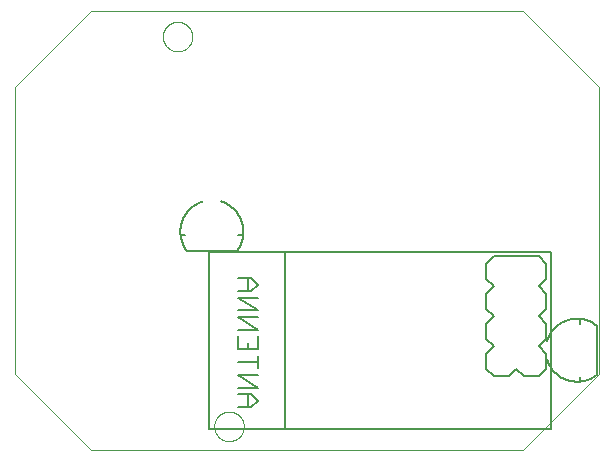
<source format=gbo>
G75*
%MOIN*%
%OFA0B0*%
%FSLAX25Y25*%
%IPPOS*%
%LPD*%
%AMOC8*
5,1,8,0,0,1.08239X$1,22.5*
%
%ADD10C,0.00000*%
%ADD11C,0.00500*%
%ADD12C,0.00600*%
D10*
X0002942Y0027902D02*
X0028336Y0002508D01*
X0172431Y0002508D01*
X0197824Y0027902D01*
X0197824Y0123374D01*
X0172431Y0148768D01*
X0028336Y0148768D01*
X0002942Y0123374D01*
X0002942Y0027902D01*
X0069478Y0010382D02*
X0069480Y0010522D01*
X0069486Y0010662D01*
X0069496Y0010801D01*
X0069510Y0010940D01*
X0069528Y0011079D01*
X0069549Y0011217D01*
X0069575Y0011355D01*
X0069605Y0011492D01*
X0069638Y0011627D01*
X0069676Y0011762D01*
X0069717Y0011896D01*
X0069762Y0012029D01*
X0069810Y0012160D01*
X0069863Y0012289D01*
X0069919Y0012418D01*
X0069978Y0012544D01*
X0070042Y0012669D01*
X0070108Y0012792D01*
X0070179Y0012913D01*
X0070252Y0013032D01*
X0070329Y0013149D01*
X0070410Y0013263D01*
X0070493Y0013375D01*
X0070580Y0013485D01*
X0070670Y0013593D01*
X0070762Y0013697D01*
X0070858Y0013799D01*
X0070957Y0013899D01*
X0071058Y0013995D01*
X0071162Y0014089D01*
X0071269Y0014179D01*
X0071378Y0014266D01*
X0071490Y0014351D01*
X0071604Y0014432D01*
X0071720Y0014510D01*
X0071838Y0014584D01*
X0071959Y0014655D01*
X0072081Y0014723D01*
X0072206Y0014787D01*
X0072332Y0014848D01*
X0072459Y0014905D01*
X0072589Y0014958D01*
X0072720Y0015008D01*
X0072852Y0015053D01*
X0072985Y0015096D01*
X0073120Y0015134D01*
X0073255Y0015168D01*
X0073392Y0015199D01*
X0073529Y0015226D01*
X0073667Y0015248D01*
X0073806Y0015267D01*
X0073945Y0015282D01*
X0074084Y0015293D01*
X0074224Y0015300D01*
X0074364Y0015303D01*
X0074504Y0015302D01*
X0074644Y0015297D01*
X0074783Y0015288D01*
X0074923Y0015275D01*
X0075062Y0015258D01*
X0075200Y0015237D01*
X0075338Y0015213D01*
X0075475Y0015184D01*
X0075611Y0015152D01*
X0075746Y0015115D01*
X0075880Y0015075D01*
X0076013Y0015031D01*
X0076144Y0014983D01*
X0076274Y0014932D01*
X0076403Y0014877D01*
X0076530Y0014818D01*
X0076655Y0014755D01*
X0076778Y0014690D01*
X0076900Y0014620D01*
X0077019Y0014547D01*
X0077137Y0014471D01*
X0077252Y0014392D01*
X0077365Y0014309D01*
X0077475Y0014223D01*
X0077583Y0014134D01*
X0077688Y0014042D01*
X0077791Y0013947D01*
X0077891Y0013849D01*
X0077988Y0013749D01*
X0078082Y0013645D01*
X0078174Y0013539D01*
X0078262Y0013431D01*
X0078347Y0013320D01*
X0078429Y0013206D01*
X0078508Y0013090D01*
X0078583Y0012973D01*
X0078655Y0012853D01*
X0078723Y0012731D01*
X0078788Y0012607D01*
X0078850Y0012481D01*
X0078908Y0012354D01*
X0078962Y0012225D01*
X0079013Y0012094D01*
X0079059Y0011962D01*
X0079102Y0011829D01*
X0079142Y0011695D01*
X0079177Y0011560D01*
X0079209Y0011423D01*
X0079236Y0011286D01*
X0079260Y0011148D01*
X0079280Y0011010D01*
X0079296Y0010871D01*
X0079308Y0010731D01*
X0079316Y0010592D01*
X0079320Y0010452D01*
X0079320Y0010312D01*
X0079316Y0010172D01*
X0079308Y0010033D01*
X0079296Y0009893D01*
X0079280Y0009754D01*
X0079260Y0009616D01*
X0079236Y0009478D01*
X0079209Y0009341D01*
X0079177Y0009204D01*
X0079142Y0009069D01*
X0079102Y0008935D01*
X0079059Y0008802D01*
X0079013Y0008670D01*
X0078962Y0008539D01*
X0078908Y0008410D01*
X0078850Y0008283D01*
X0078788Y0008157D01*
X0078723Y0008033D01*
X0078655Y0007911D01*
X0078583Y0007791D01*
X0078508Y0007674D01*
X0078429Y0007558D01*
X0078347Y0007444D01*
X0078262Y0007333D01*
X0078174Y0007225D01*
X0078082Y0007119D01*
X0077988Y0007015D01*
X0077891Y0006915D01*
X0077791Y0006817D01*
X0077688Y0006722D01*
X0077583Y0006630D01*
X0077475Y0006541D01*
X0077365Y0006455D01*
X0077252Y0006372D01*
X0077137Y0006293D01*
X0077019Y0006217D01*
X0076900Y0006144D01*
X0076778Y0006074D01*
X0076655Y0006009D01*
X0076530Y0005946D01*
X0076403Y0005887D01*
X0076274Y0005832D01*
X0076144Y0005781D01*
X0076013Y0005733D01*
X0075880Y0005689D01*
X0075746Y0005649D01*
X0075611Y0005612D01*
X0075475Y0005580D01*
X0075338Y0005551D01*
X0075200Y0005527D01*
X0075062Y0005506D01*
X0074923Y0005489D01*
X0074783Y0005476D01*
X0074644Y0005467D01*
X0074504Y0005462D01*
X0074364Y0005461D01*
X0074224Y0005464D01*
X0074084Y0005471D01*
X0073945Y0005482D01*
X0073806Y0005497D01*
X0073667Y0005516D01*
X0073529Y0005538D01*
X0073392Y0005565D01*
X0073255Y0005596D01*
X0073120Y0005630D01*
X0072985Y0005668D01*
X0072852Y0005711D01*
X0072720Y0005756D01*
X0072589Y0005806D01*
X0072459Y0005859D01*
X0072332Y0005916D01*
X0072206Y0005977D01*
X0072081Y0006041D01*
X0071959Y0006109D01*
X0071838Y0006180D01*
X0071720Y0006254D01*
X0071604Y0006332D01*
X0071490Y0006413D01*
X0071378Y0006498D01*
X0071269Y0006585D01*
X0071162Y0006675D01*
X0071058Y0006769D01*
X0070957Y0006865D01*
X0070858Y0006965D01*
X0070762Y0007067D01*
X0070670Y0007171D01*
X0070580Y0007279D01*
X0070493Y0007389D01*
X0070410Y0007501D01*
X0070329Y0007615D01*
X0070252Y0007732D01*
X0070179Y0007851D01*
X0070108Y0007972D01*
X0070042Y0008095D01*
X0069978Y0008220D01*
X0069919Y0008346D01*
X0069863Y0008475D01*
X0069810Y0008604D01*
X0069762Y0008735D01*
X0069717Y0008868D01*
X0069676Y0009002D01*
X0069638Y0009137D01*
X0069605Y0009272D01*
X0069575Y0009409D01*
X0069549Y0009547D01*
X0069528Y0009685D01*
X0069510Y0009824D01*
X0069496Y0009963D01*
X0069486Y0010102D01*
X0069480Y0010242D01*
X0069478Y0010382D01*
X0052352Y0140303D02*
X0052354Y0140443D01*
X0052360Y0140583D01*
X0052370Y0140722D01*
X0052384Y0140861D01*
X0052402Y0141000D01*
X0052423Y0141138D01*
X0052449Y0141276D01*
X0052479Y0141413D01*
X0052512Y0141548D01*
X0052550Y0141683D01*
X0052591Y0141817D01*
X0052636Y0141950D01*
X0052684Y0142081D01*
X0052737Y0142210D01*
X0052793Y0142339D01*
X0052852Y0142465D01*
X0052916Y0142590D01*
X0052982Y0142713D01*
X0053053Y0142834D01*
X0053126Y0142953D01*
X0053203Y0143070D01*
X0053284Y0143184D01*
X0053367Y0143296D01*
X0053454Y0143406D01*
X0053544Y0143514D01*
X0053636Y0143618D01*
X0053732Y0143720D01*
X0053831Y0143820D01*
X0053932Y0143916D01*
X0054036Y0144010D01*
X0054143Y0144100D01*
X0054252Y0144187D01*
X0054364Y0144272D01*
X0054478Y0144353D01*
X0054594Y0144431D01*
X0054712Y0144505D01*
X0054833Y0144576D01*
X0054955Y0144644D01*
X0055080Y0144708D01*
X0055206Y0144769D01*
X0055333Y0144826D01*
X0055463Y0144879D01*
X0055594Y0144929D01*
X0055726Y0144974D01*
X0055859Y0145017D01*
X0055994Y0145055D01*
X0056129Y0145089D01*
X0056266Y0145120D01*
X0056403Y0145147D01*
X0056541Y0145169D01*
X0056680Y0145188D01*
X0056819Y0145203D01*
X0056958Y0145214D01*
X0057098Y0145221D01*
X0057238Y0145224D01*
X0057378Y0145223D01*
X0057518Y0145218D01*
X0057657Y0145209D01*
X0057797Y0145196D01*
X0057936Y0145179D01*
X0058074Y0145158D01*
X0058212Y0145134D01*
X0058349Y0145105D01*
X0058485Y0145073D01*
X0058620Y0145036D01*
X0058754Y0144996D01*
X0058887Y0144952D01*
X0059018Y0144904D01*
X0059148Y0144853D01*
X0059277Y0144798D01*
X0059404Y0144739D01*
X0059529Y0144676D01*
X0059652Y0144611D01*
X0059774Y0144541D01*
X0059893Y0144468D01*
X0060011Y0144392D01*
X0060126Y0144313D01*
X0060239Y0144230D01*
X0060349Y0144144D01*
X0060457Y0144055D01*
X0060562Y0143963D01*
X0060665Y0143868D01*
X0060765Y0143770D01*
X0060862Y0143670D01*
X0060956Y0143566D01*
X0061048Y0143460D01*
X0061136Y0143352D01*
X0061221Y0143241D01*
X0061303Y0143127D01*
X0061382Y0143011D01*
X0061457Y0142894D01*
X0061529Y0142774D01*
X0061597Y0142652D01*
X0061662Y0142528D01*
X0061724Y0142402D01*
X0061782Y0142275D01*
X0061836Y0142146D01*
X0061887Y0142015D01*
X0061933Y0141883D01*
X0061976Y0141750D01*
X0062016Y0141616D01*
X0062051Y0141481D01*
X0062083Y0141344D01*
X0062110Y0141207D01*
X0062134Y0141069D01*
X0062154Y0140931D01*
X0062170Y0140792D01*
X0062182Y0140652D01*
X0062190Y0140513D01*
X0062194Y0140373D01*
X0062194Y0140233D01*
X0062190Y0140093D01*
X0062182Y0139954D01*
X0062170Y0139814D01*
X0062154Y0139675D01*
X0062134Y0139537D01*
X0062110Y0139399D01*
X0062083Y0139262D01*
X0062051Y0139125D01*
X0062016Y0138990D01*
X0061976Y0138856D01*
X0061933Y0138723D01*
X0061887Y0138591D01*
X0061836Y0138460D01*
X0061782Y0138331D01*
X0061724Y0138204D01*
X0061662Y0138078D01*
X0061597Y0137954D01*
X0061529Y0137832D01*
X0061457Y0137712D01*
X0061382Y0137595D01*
X0061303Y0137479D01*
X0061221Y0137365D01*
X0061136Y0137254D01*
X0061048Y0137146D01*
X0060956Y0137040D01*
X0060862Y0136936D01*
X0060765Y0136836D01*
X0060665Y0136738D01*
X0060562Y0136643D01*
X0060457Y0136551D01*
X0060349Y0136462D01*
X0060239Y0136376D01*
X0060126Y0136293D01*
X0060011Y0136214D01*
X0059893Y0136138D01*
X0059774Y0136065D01*
X0059652Y0135995D01*
X0059529Y0135930D01*
X0059404Y0135867D01*
X0059277Y0135808D01*
X0059148Y0135753D01*
X0059018Y0135702D01*
X0058887Y0135654D01*
X0058754Y0135610D01*
X0058620Y0135570D01*
X0058485Y0135533D01*
X0058349Y0135501D01*
X0058212Y0135472D01*
X0058074Y0135448D01*
X0057936Y0135427D01*
X0057797Y0135410D01*
X0057657Y0135397D01*
X0057518Y0135388D01*
X0057378Y0135383D01*
X0057238Y0135382D01*
X0057098Y0135385D01*
X0056958Y0135392D01*
X0056819Y0135403D01*
X0056680Y0135418D01*
X0056541Y0135437D01*
X0056403Y0135459D01*
X0056266Y0135486D01*
X0056129Y0135517D01*
X0055994Y0135551D01*
X0055859Y0135589D01*
X0055726Y0135632D01*
X0055594Y0135677D01*
X0055463Y0135727D01*
X0055333Y0135780D01*
X0055206Y0135837D01*
X0055080Y0135898D01*
X0054955Y0135962D01*
X0054833Y0136030D01*
X0054712Y0136101D01*
X0054594Y0136175D01*
X0054478Y0136253D01*
X0054364Y0136334D01*
X0054252Y0136419D01*
X0054143Y0136506D01*
X0054036Y0136596D01*
X0053932Y0136690D01*
X0053831Y0136786D01*
X0053732Y0136886D01*
X0053636Y0136988D01*
X0053544Y0137092D01*
X0053454Y0137200D01*
X0053367Y0137310D01*
X0053284Y0137422D01*
X0053203Y0137536D01*
X0053126Y0137653D01*
X0053053Y0137772D01*
X0052982Y0137893D01*
X0052916Y0138016D01*
X0052852Y0138141D01*
X0052793Y0138267D01*
X0052737Y0138396D01*
X0052684Y0138525D01*
X0052636Y0138656D01*
X0052591Y0138789D01*
X0052550Y0138923D01*
X0052512Y0139058D01*
X0052479Y0139193D01*
X0052449Y0139330D01*
X0052423Y0139468D01*
X0052402Y0139606D01*
X0052384Y0139745D01*
X0052370Y0139884D01*
X0052360Y0140023D01*
X0052354Y0140163D01*
X0052352Y0140303D01*
D11*
X0067613Y0068568D02*
X0067613Y0009568D01*
X0093213Y0009568D01*
X0093213Y0068568D01*
X0067613Y0068568D01*
X0093213Y0068568D02*
X0181813Y0068568D01*
X0181813Y0009568D01*
X0093213Y0009568D01*
X0160213Y0029568D02*
X0162713Y0027068D01*
X0167713Y0027068D01*
X0170213Y0029568D01*
X0172713Y0027068D01*
X0177713Y0027068D01*
X0180213Y0029568D01*
X0180213Y0034568D01*
X0177713Y0037068D01*
X0180213Y0039568D01*
X0180213Y0044568D01*
X0177713Y0047068D01*
X0180213Y0049568D01*
X0180213Y0054568D01*
X0177713Y0057068D01*
X0180213Y0059568D01*
X0180213Y0064568D01*
X0177713Y0067068D01*
X0162713Y0067068D01*
X0160213Y0064568D01*
X0160213Y0059568D01*
X0162713Y0057068D01*
X0160213Y0054568D01*
X0160213Y0049568D01*
X0162713Y0047068D01*
X0160213Y0044568D01*
X0160213Y0039568D01*
X0162713Y0037068D01*
X0160213Y0034568D01*
X0160213Y0029568D01*
D12*
X0180418Y0032697D02*
X0180496Y0032455D01*
X0180580Y0032215D01*
X0180669Y0031977D01*
X0180765Y0031741D01*
X0180866Y0031507D01*
X0180972Y0031276D01*
X0181085Y0031048D01*
X0181202Y0030822D01*
X0181325Y0030599D01*
X0181454Y0030380D01*
X0181588Y0030163D01*
X0181727Y0029950D01*
X0181871Y0029740D01*
X0182020Y0029534D01*
X0182174Y0029332D01*
X0182333Y0029133D01*
X0182497Y0028938D01*
X0182666Y0028747D01*
X0182839Y0028561D01*
X0183016Y0028378D01*
X0183198Y0028200D01*
X0183384Y0028027D01*
X0183575Y0027858D01*
X0183769Y0027694D01*
X0183967Y0027534D01*
X0184169Y0027379D01*
X0184375Y0027230D01*
X0184584Y0027085D01*
X0184797Y0026945D01*
X0185013Y0026811D01*
X0185233Y0026682D01*
X0185455Y0026558D01*
X0185680Y0026439D01*
X0185908Y0026327D01*
X0186139Y0026219D01*
X0186372Y0026118D01*
X0186608Y0026022D01*
X0186846Y0025931D01*
X0187086Y0025847D01*
X0187328Y0025768D01*
X0187572Y0025695D01*
X0187818Y0025629D01*
X0188065Y0025568D01*
X0188313Y0025513D01*
X0188563Y0025464D01*
X0188814Y0025421D01*
X0189066Y0025385D01*
X0189318Y0025354D01*
X0189572Y0025330D01*
X0189825Y0025312D01*
X0190080Y0025300D01*
X0190334Y0025294D01*
X0190589Y0025294D01*
X0190843Y0025300D01*
X0191097Y0025313D01*
X0191351Y0025332D01*
X0191604Y0025357D01*
X0191857Y0025388D01*
X0192109Y0025425D01*
X0192359Y0025468D01*
X0192609Y0025517D01*
X0192858Y0025572D01*
X0193105Y0025634D01*
X0193350Y0025701D01*
X0193594Y0025774D01*
X0193836Y0025853D01*
X0194075Y0025938D01*
X0194313Y0026029D01*
X0194549Y0026126D01*
X0194782Y0026228D01*
X0195012Y0026336D01*
X0195240Y0026449D01*
X0195465Y0026568D01*
X0195687Y0026692D01*
X0195906Y0026821D01*
X0196122Y0026956D01*
X0196335Y0027096D01*
X0196544Y0027242D01*
X0196749Y0027392D01*
X0196951Y0027547D01*
X0196951Y0044043D01*
X0191451Y0044669D02*
X0191451Y0046248D01*
X0196951Y0044041D02*
X0196749Y0044196D01*
X0196544Y0044347D01*
X0196335Y0044492D01*
X0196122Y0044632D01*
X0195906Y0044767D01*
X0195687Y0044896D01*
X0195465Y0045020D01*
X0195240Y0045139D01*
X0195012Y0045253D01*
X0194782Y0045360D01*
X0194549Y0045462D01*
X0194313Y0045559D01*
X0194075Y0045650D01*
X0193835Y0045735D01*
X0193593Y0045814D01*
X0193350Y0045887D01*
X0193104Y0045954D01*
X0192857Y0046016D01*
X0192609Y0046071D01*
X0192359Y0046120D01*
X0192108Y0046163D01*
X0191857Y0046200D01*
X0191604Y0046231D01*
X0191351Y0046256D01*
X0191097Y0046275D01*
X0190843Y0046288D01*
X0190588Y0046294D01*
X0190334Y0046294D01*
X0190079Y0046288D01*
X0189825Y0046276D01*
X0189571Y0046258D01*
X0189318Y0046234D01*
X0189065Y0046203D01*
X0188814Y0046167D01*
X0188563Y0046124D01*
X0188313Y0046075D01*
X0188064Y0046020D01*
X0187817Y0045959D01*
X0187572Y0045893D01*
X0187328Y0045820D01*
X0187086Y0045741D01*
X0186846Y0045657D01*
X0186608Y0045566D01*
X0186372Y0045470D01*
X0186139Y0045369D01*
X0185908Y0045261D01*
X0185680Y0045148D01*
X0185455Y0045030D01*
X0185232Y0044906D01*
X0185013Y0044777D01*
X0184797Y0044643D01*
X0184584Y0044503D01*
X0184375Y0044358D01*
X0184169Y0044209D01*
X0183967Y0044054D01*
X0183769Y0043894D01*
X0183575Y0043730D01*
X0183384Y0043561D01*
X0183198Y0043387D01*
X0183016Y0043209D01*
X0182839Y0043027D01*
X0182666Y0042840D01*
X0182497Y0042650D01*
X0182333Y0042455D01*
X0182174Y0042256D01*
X0182020Y0042054D01*
X0181871Y0041848D01*
X0181727Y0041638D01*
X0181588Y0041425D01*
X0181454Y0041208D01*
X0181325Y0040989D01*
X0181202Y0040766D01*
X0181084Y0040540D01*
X0180972Y0040312D01*
X0180866Y0040081D01*
X0180764Y0039847D01*
X0180669Y0039611D01*
X0180579Y0039373D01*
X0180496Y0039133D01*
X0180418Y0038891D01*
X0191451Y0026921D02*
X0191451Y0025343D01*
X0083918Y0023254D02*
X0077513Y0027524D01*
X0083918Y0027524D01*
X0083918Y0029699D02*
X0083918Y0033970D01*
X0083918Y0031835D02*
X0077513Y0031835D01*
X0077513Y0036145D02*
X0077513Y0040415D01*
X0077513Y0042590D02*
X0083918Y0042590D01*
X0077513Y0046861D01*
X0083918Y0046861D01*
X0083918Y0049036D02*
X0077513Y0053306D01*
X0083918Y0053306D01*
X0081783Y0055481D02*
X0083918Y0057617D01*
X0081783Y0059752D01*
X0077513Y0059752D01*
X0080715Y0059752D02*
X0080715Y0055481D01*
X0081783Y0055481D02*
X0077513Y0055481D01*
X0077513Y0049036D02*
X0083918Y0049036D01*
X0083918Y0040415D02*
X0083918Y0036145D01*
X0077513Y0036145D01*
X0080715Y0036145D02*
X0080715Y0038280D01*
X0077513Y0023254D02*
X0083918Y0023254D01*
X0081783Y0021079D02*
X0077513Y0021079D01*
X0080715Y0021079D02*
X0080715Y0016808D01*
X0081783Y0016808D02*
X0083918Y0018944D01*
X0081783Y0021079D01*
X0081783Y0016808D02*
X0077513Y0016808D01*
X0076939Y0068843D02*
X0060442Y0068843D01*
X0059816Y0074343D02*
X0058238Y0074343D01*
X0060443Y0068842D02*
X0060288Y0069044D01*
X0060138Y0069249D01*
X0059992Y0069458D01*
X0059852Y0069671D01*
X0059717Y0069887D01*
X0059588Y0070106D01*
X0059464Y0070328D01*
X0059345Y0070553D01*
X0059232Y0070781D01*
X0059124Y0071011D01*
X0059022Y0071244D01*
X0058925Y0071480D01*
X0058834Y0071718D01*
X0058749Y0071957D01*
X0058670Y0072199D01*
X0058597Y0072443D01*
X0058530Y0072688D01*
X0058468Y0072935D01*
X0058413Y0073184D01*
X0058364Y0073434D01*
X0058321Y0073684D01*
X0058284Y0073936D01*
X0058253Y0074189D01*
X0058228Y0074442D01*
X0058209Y0074696D01*
X0058196Y0074950D01*
X0058190Y0075204D01*
X0058190Y0075459D01*
X0058196Y0075713D01*
X0058208Y0075968D01*
X0058226Y0076221D01*
X0058250Y0076475D01*
X0058281Y0076727D01*
X0058317Y0076979D01*
X0058360Y0077230D01*
X0058409Y0077480D01*
X0058464Y0077728D01*
X0058525Y0077975D01*
X0058591Y0078221D01*
X0058664Y0078465D01*
X0058743Y0078707D01*
X0058827Y0078947D01*
X0058918Y0079185D01*
X0059014Y0079421D01*
X0059115Y0079654D01*
X0059223Y0079885D01*
X0059335Y0080113D01*
X0059454Y0080338D01*
X0059578Y0080560D01*
X0059707Y0080780D01*
X0059841Y0080996D01*
X0059981Y0081209D01*
X0060126Y0081418D01*
X0060275Y0081624D01*
X0060430Y0081826D01*
X0060590Y0082024D01*
X0060754Y0082218D01*
X0060923Y0082409D01*
X0061096Y0082595D01*
X0061274Y0082777D01*
X0061457Y0082954D01*
X0061643Y0083127D01*
X0061834Y0083296D01*
X0062029Y0083460D01*
X0062228Y0083619D01*
X0062430Y0083773D01*
X0062636Y0083922D01*
X0062846Y0084066D01*
X0063059Y0084205D01*
X0063276Y0084339D01*
X0063495Y0084468D01*
X0063718Y0084591D01*
X0063944Y0084708D01*
X0064172Y0084821D01*
X0064403Y0084927D01*
X0064637Y0085028D01*
X0064873Y0085124D01*
X0065111Y0085213D01*
X0065351Y0085297D01*
X0065593Y0085375D01*
X0071786Y0085375D02*
X0072028Y0085297D01*
X0072268Y0085214D01*
X0072506Y0085124D01*
X0072742Y0085029D01*
X0072976Y0084927D01*
X0073207Y0084821D01*
X0073435Y0084709D01*
X0073661Y0084591D01*
X0073884Y0084468D01*
X0074103Y0084339D01*
X0074320Y0084205D01*
X0074533Y0084066D01*
X0074743Y0083922D01*
X0074949Y0083773D01*
X0075151Y0083619D01*
X0075350Y0083460D01*
X0075545Y0083296D01*
X0075735Y0083127D01*
X0075922Y0082954D01*
X0076104Y0082777D01*
X0076282Y0082595D01*
X0076456Y0082409D01*
X0076625Y0082218D01*
X0076789Y0082024D01*
X0076949Y0081826D01*
X0077104Y0081624D01*
X0077253Y0081418D01*
X0077398Y0081209D01*
X0077538Y0080996D01*
X0077672Y0080780D01*
X0077801Y0080561D01*
X0077925Y0080338D01*
X0078043Y0080113D01*
X0078156Y0079885D01*
X0078264Y0079654D01*
X0078365Y0079421D01*
X0078461Y0079185D01*
X0078552Y0078947D01*
X0078636Y0078707D01*
X0078715Y0078465D01*
X0078788Y0078221D01*
X0078854Y0077976D01*
X0078915Y0077729D01*
X0078970Y0077480D01*
X0079019Y0077230D01*
X0079062Y0076979D01*
X0079098Y0076728D01*
X0079129Y0076475D01*
X0079153Y0076222D01*
X0079171Y0075968D01*
X0079183Y0075714D01*
X0079189Y0075459D01*
X0079189Y0075205D01*
X0079183Y0074950D01*
X0079170Y0074696D01*
X0079151Y0074442D01*
X0079126Y0074189D01*
X0079095Y0073936D01*
X0079058Y0073685D01*
X0079015Y0073434D01*
X0078966Y0073184D01*
X0078911Y0072936D01*
X0078849Y0072689D01*
X0078782Y0072443D01*
X0078709Y0072200D01*
X0078630Y0071958D01*
X0078545Y0071718D01*
X0078454Y0071480D01*
X0078357Y0071244D01*
X0078255Y0071011D01*
X0078148Y0070781D01*
X0078034Y0070553D01*
X0077915Y0070328D01*
X0077791Y0070106D01*
X0077662Y0069887D01*
X0077527Y0069671D01*
X0077387Y0069458D01*
X0077242Y0069249D01*
X0077091Y0069044D01*
X0076936Y0068842D01*
X0077565Y0074343D02*
X0079143Y0074343D01*
M02*

</source>
